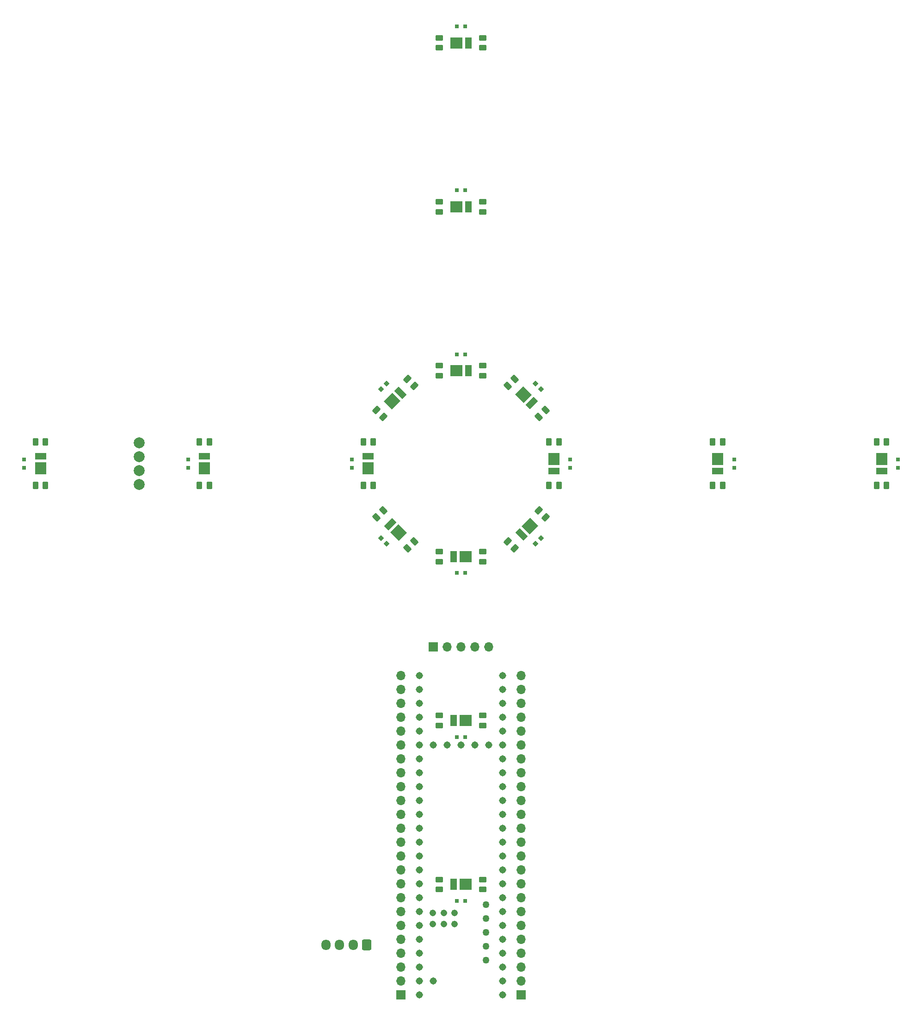
<source format=gbr>
%TF.GenerationSoftware,KiCad,Pcbnew,7.0.6-0*%
%TF.CreationDate,2023-09-17T18:40:18+10:00*%
%TF.ProjectId,Line 3.1,4c696e65-2033-42e3-912e-6b696361645f,rev?*%
%TF.SameCoordinates,Original*%
%TF.FileFunction,Soldermask,Bot*%
%TF.FilePolarity,Negative*%
%FSLAX46Y46*%
G04 Gerber Fmt 4.6, Leading zero omitted, Abs format (unit mm)*
G04 Created by KiCad (PCBNEW 7.0.6-0) date 2023-09-17 18:40:18*
%MOMM*%
%LPD*%
G01*
G04 APERTURE LIST*
G04 Aperture macros list*
%AMRoundRect*
0 Rectangle with rounded corners*
0 $1 Rounding radius*
0 $2 $3 $4 $5 $6 $7 $8 $9 X,Y pos of 4 corners*
0 Add a 4 corners polygon primitive as box body*
4,1,4,$2,$3,$4,$5,$6,$7,$8,$9,$2,$3,0*
0 Add four circle primitives for the rounded corners*
1,1,$1+$1,$2,$3*
1,1,$1+$1,$4,$5*
1,1,$1+$1,$6,$7*
1,1,$1+$1,$8,$9*
0 Add four rect primitives between the rounded corners*
20,1,$1+$1,$2,$3,$4,$5,0*
20,1,$1+$1,$4,$5,$6,$7,0*
20,1,$1+$1,$6,$7,$8,$9,0*
20,1,$1+$1,$8,$9,$2,$3,0*%
%AMRotRect*
0 Rectangle, with rotation*
0 The origin of the aperture is its center*
0 $1 length*
0 $2 width*
0 $3 Rotation angle, in degrees counterclockwise*
0 Add horizontal line*
21,1,$1,$2,0,0,$3*%
G04 Aperture macros list end*
%ADD10R,1.700000X1.700000*%
%ADD11O,1.700000X1.700000*%
%ADD12C,1.308000*%
%ADD13C,1.258000*%
%ADD14C,1.208000*%
%ADD15C,2.000000*%
%ADD16RoundRect,0.250000X0.600000X0.725000X-0.600000X0.725000X-0.600000X-0.725000X0.600000X-0.725000X0*%
%ADD17O,1.700000X1.950000*%
%ADD18R,2.257400X2.108200*%
%ADD19R,1.190600X2.108200*%
%ADD20RotRect,0.800000X0.800000X45.000000*%
%ADD21RoundRect,0.250000X-0.262500X-0.450000X0.262500X-0.450000X0.262500X0.450000X-0.262500X0.450000X0*%
%ADD22RoundRect,0.250000X0.450000X-0.262500X0.450000X0.262500X-0.450000X0.262500X-0.450000X-0.262500X0*%
%ADD23RoundRect,0.250000X0.262500X0.450000X-0.262500X0.450000X-0.262500X-0.450000X0.262500X-0.450000X0*%
%ADD24R,2.108200X2.257400*%
%ADD25R,2.108200X1.190600*%
%ADD26RotRect,2.257400X2.108200X45.000000*%
%ADD27RotRect,1.190600X2.108200X45.000000*%
%ADD28R,0.800000X0.800000*%
%ADD29RoundRect,0.250000X-0.450000X0.262500X-0.450000X-0.262500X0.450000X-0.262500X0.450000X0.262500X0*%
%ADD30RoundRect,0.250000X-0.132583X0.503814X-0.503814X0.132583X0.132583X-0.503814X0.503814X-0.132583X0*%
%ADD31RoundRect,0.250000X0.132583X-0.503814X0.503814X-0.132583X-0.132583X0.503814X-0.503814X0.132583X0*%
%ADD32RotRect,0.800000X0.800000X225.000000*%
%ADD33RoundRect,0.250000X0.503814X0.132583X0.132583X0.503814X-0.503814X-0.132583X-0.132583X-0.503814X0*%
%ADD34RotRect,0.800000X0.800000X315.000000*%
%ADD35RotRect,0.800000X0.800000X135.000000*%
%ADD36RoundRect,0.250000X-0.503814X-0.132583X-0.132583X-0.503814X0.503814X0.132583X0.132583X0.503814X0*%
%ADD37RotRect,2.257400X2.108200X225.000000*%
%ADD38RotRect,1.190600X2.108200X225.000000*%
%ADD39RotRect,2.257400X2.108200X315.000000*%
%ADD40RotRect,1.190600X2.108200X315.000000*%
%ADD41RotRect,2.257400X2.108200X135.000000*%
%ADD42RotRect,1.190600X2.108200X135.000000*%
G04 APERTURE END LIST*
D10*
%TO.C,J11*%
X161000000Y-247220000D03*
D11*
X161000000Y-244680000D03*
X161000000Y-242140000D03*
X161000000Y-239600000D03*
X161000000Y-237060000D03*
X161000000Y-234520000D03*
X161000000Y-231980000D03*
X161000000Y-229440000D03*
X161000000Y-226900000D03*
X161000000Y-224360000D03*
X161000000Y-221820000D03*
X161000000Y-219280000D03*
X161000000Y-216740000D03*
X161000000Y-214200000D03*
X161000000Y-211660000D03*
X161000000Y-209120000D03*
X161000000Y-206580000D03*
X161000000Y-204040000D03*
X161000000Y-201500000D03*
X161000000Y-198960000D03*
X161000000Y-196420000D03*
X161000000Y-193880000D03*
X161000000Y-191340000D03*
X161000000Y-188800000D03*
%TD*%
D10*
%TO.C,J12*%
X139000000Y-247220000D03*
D11*
X139000000Y-244680000D03*
X139000000Y-242140000D03*
X139000000Y-239600000D03*
X139000000Y-237060000D03*
X139000000Y-234520000D03*
X139000000Y-231980000D03*
X139000000Y-229440000D03*
X139000000Y-226900000D03*
X139000000Y-224360000D03*
X139000000Y-221820000D03*
X139000000Y-219280000D03*
X139000000Y-216740000D03*
X139000000Y-214200000D03*
X139000000Y-211660000D03*
X139000000Y-209120000D03*
X139000000Y-206580000D03*
X139000000Y-204040000D03*
X139000000Y-201500000D03*
X139000000Y-198960000D03*
X139000000Y-196420000D03*
X139000000Y-193880000D03*
X139000000Y-191340000D03*
X139000000Y-188800000D03*
%TD*%
D12*
%TO.C,U8*%
X157620000Y-244680000D03*
X157620000Y-242140000D03*
X157620000Y-239600000D03*
X157620000Y-237060000D03*
X157620000Y-211660000D03*
X142380000Y-242140000D03*
X152540000Y-201500000D03*
X157620000Y-234520000D03*
X157620000Y-231980000D03*
D13*
X154570000Y-240870000D03*
D12*
X157620000Y-229440000D03*
X157620000Y-226900000D03*
X157620000Y-224360000D03*
X157620000Y-221820000D03*
X157620000Y-219280000D03*
X157620000Y-216740000D03*
X157620000Y-214200000D03*
X142380000Y-214200000D03*
X142380000Y-216740000D03*
X142380000Y-219280000D03*
X142380000Y-221820000D03*
X142380000Y-224360000D03*
X142380000Y-226900000D03*
X142380000Y-229440000D03*
X142380000Y-231980000D03*
X142380000Y-234520000D03*
X142380000Y-237060000D03*
X142380000Y-239600000D03*
X157620000Y-209120000D03*
X157620000Y-206580000D03*
X157620000Y-204040000D03*
X157620000Y-201500000D03*
X157620000Y-198960000D03*
X157620000Y-196420000D03*
X157620000Y-193880000D03*
X157620000Y-191340000D03*
X157620000Y-188800000D03*
X142380000Y-188800000D03*
X142380000Y-191340000D03*
X142380000Y-193880000D03*
X142380000Y-196420000D03*
X142380000Y-198960000D03*
X142380000Y-201500000D03*
X142380000Y-204040000D03*
X142380000Y-206580000D03*
X142380000Y-209120000D03*
D13*
X154570000Y-235790000D03*
X154570000Y-238330000D03*
D12*
X157620000Y-247220000D03*
X142380000Y-211660000D03*
X142380000Y-244680000D03*
X150000000Y-201500000D03*
D14*
X146830000Y-232250000D03*
X146830000Y-234250000D03*
D12*
X144920000Y-201500000D03*
X147460000Y-201500000D03*
D14*
X144830000Y-234250000D03*
X144830000Y-232250000D03*
X148830000Y-232250000D03*
X148830000Y-234250000D03*
D13*
X154570000Y-233250000D03*
X154570000Y-230710000D03*
D12*
X155080000Y-201500000D03*
X142380000Y-247220000D03*
X144920000Y-244680000D03*
%TD*%
D10*
%TO.C,J13*%
X144925000Y-183500000D03*
D11*
X147465000Y-183500000D03*
X150005000Y-183500000D03*
X152545000Y-183500000D03*
X155085000Y-183500000D03*
%TD*%
D15*
%TO.C,U1*%
X91080000Y-153810000D03*
X91080000Y-151270000D03*
X91080000Y-148730000D03*
X91080000Y-146190000D03*
%TD*%
D16*
%TO.C,J1*%
X132750000Y-238025000D03*
D17*
X130250000Y-238025000D03*
X127750000Y-238025000D03*
X125250000Y-238025000D03*
%TD*%
D18*
%TO.C,LED5*%
X149176100Y-103000000D03*
D19*
X151357300Y-103000000D03*
%TD*%
D20*
%TO.C,A12*%
X163611806Y-164672466D03*
X164672466Y-163611806D03*
%TD*%
D21*
%TO.C,R14*%
X196087500Y-146000000D03*
X197912500Y-146000000D03*
%TD*%
%TO.C,R4*%
X72087500Y-146000000D03*
X73912500Y-146000000D03*
%TD*%
D22*
%TO.C,R13*%
X146000000Y-103912500D03*
X146000000Y-102087500D03*
%TD*%
D23*
%TO.C,R19*%
X167912500Y-154000000D03*
X166087500Y-154000000D03*
%TD*%
D24*
%TO.C,LED2*%
X227000000Y-149176100D03*
D25*
X227000000Y-151357300D03*
%TD*%
D26*
%TO.C,LED16*%
X137396600Y-138561770D03*
D27*
X138938941Y-137019429D03*
%TD*%
D21*
%TO.C,R23*%
X132087500Y-146000000D03*
X133912500Y-146000000D03*
%TD*%
D28*
%TO.C,A3*%
X149250000Y-230000000D03*
X150750000Y-230000000D03*
%TD*%
D23*
%TO.C,R16*%
X103912500Y-154000000D03*
X102087500Y-154000000D03*
%TD*%
D28*
%TO.C,A2*%
X230000000Y-150750000D03*
X230000000Y-149250000D03*
%TD*%
D18*
%TO.C,LED3*%
X150823900Y-227000000D03*
D19*
X148642700Y-227000000D03*
%TD*%
D29*
%TO.C,R11*%
X154000000Y-226087500D03*
X154000000Y-227912500D03*
%TD*%
D30*
%TO.C,R18*%
X165494477Y-140162377D03*
X164204007Y-141452847D03*
%TD*%
D22*
%TO.C,R7*%
X146000000Y-197912500D03*
X146000000Y-196087500D03*
%TD*%
%TO.C,R3*%
X146000000Y-227912500D03*
X146000000Y-226087500D03*
%TD*%
D31*
%TO.C,R26*%
X158547153Y-135795993D03*
X159837623Y-134505523D03*
%TD*%
D32*
%TO.C,A16*%
X136388194Y-135327534D03*
X135327534Y-136388194D03*
%TD*%
D24*
%TO.C,LED6*%
X197000000Y-149176100D03*
D25*
X197000000Y-151357300D03*
%TD*%
D33*
%TO.C,R32*%
X135795993Y-141452847D03*
X134505523Y-140162377D03*
%TD*%
D34*
%TO.C,A14*%
X135327534Y-163611806D03*
X136388194Y-164672466D03*
%TD*%
D23*
%TO.C,R6*%
X197912500Y-154000000D03*
X196087500Y-154000000D03*
%TD*%
D29*
%TO.C,R15*%
X154000000Y-196087500D03*
X154000000Y-197912500D03*
%TD*%
D35*
%TO.C,A10*%
X164672466Y-136388194D03*
X163611806Y-135327534D03*
%TD*%
D22*
%TO.C,R25*%
X146000000Y-133912500D03*
X146000000Y-132087500D03*
%TD*%
D28*
%TO.C,A13*%
X149250000Y-170000000D03*
X150750000Y-170000000D03*
%TD*%
D36*
%TO.C,R28*%
X164204007Y-158547153D03*
X165494477Y-159837623D03*
%TD*%
D21*
%TO.C,R10*%
X226087500Y-146000000D03*
X227912500Y-146000000D03*
%TD*%
D37*
%TO.C,LED12*%
X162603400Y-161438230D03*
D38*
X161061059Y-162980571D03*
%TD*%
D18*
%TO.C,LED7*%
X150823900Y-197000000D03*
D19*
X148642700Y-197000000D03*
%TD*%
D31*
%TO.C,R22*%
X134505523Y-159837623D03*
X135795993Y-158547153D03*
%TD*%
D24*
%TO.C,LED11*%
X167000000Y-149176100D03*
D25*
X167000000Y-151357300D03*
%TD*%
D21*
%TO.C,R27*%
X166087500Y-146000000D03*
X167912500Y-146000000D03*
%TD*%
D28*
%TO.C,A15*%
X130000000Y-149250000D03*
X130000000Y-150750000D03*
%TD*%
%TO.C,A6*%
X200000000Y-150750000D03*
X200000000Y-149250000D03*
%TD*%
D18*
%TO.C,LED1*%
X149176100Y-73000000D03*
D19*
X151357300Y-73000000D03*
%TD*%
D28*
%TO.C,A9*%
X150750000Y-130000000D03*
X149250000Y-130000000D03*
%TD*%
D22*
%TO.C,R21*%
X146000000Y-167912500D03*
X146000000Y-166087500D03*
%TD*%
D18*
%TO.C,LED13*%
X150823900Y-167000000D03*
D19*
X148642700Y-167000000D03*
%TD*%
D24*
%TO.C,LED8*%
X103000000Y-150823900D03*
D25*
X103000000Y-148642700D03*
%TD*%
D28*
%TO.C,A1*%
X150750000Y-70000000D03*
X149250000Y-70000000D03*
%TD*%
%TO.C,A8*%
X100000000Y-149250000D03*
X100000000Y-150750000D03*
%TD*%
D23*
%TO.C,R2*%
X227912500Y-154000000D03*
X226087500Y-154000000D03*
%TD*%
D39*
%TO.C,LED10*%
X161438230Y-137396600D03*
D40*
X162980571Y-138938941D03*
%TD*%
D29*
%TO.C,R1*%
X154000000Y-72087500D03*
X154000000Y-73912500D03*
%TD*%
D33*
%TO.C,R20*%
X159837623Y-165494477D03*
X158547153Y-164204007D03*
%TD*%
D22*
%TO.C,R9*%
X146000000Y-73912500D03*
X146000000Y-72087500D03*
%TD*%
D21*
%TO.C,R8*%
X102087500Y-146000000D03*
X103912500Y-146000000D03*
%TD*%
D29*
%TO.C,R29*%
X154000000Y-166087500D03*
X154000000Y-167912500D03*
%TD*%
D23*
%TO.C,R31*%
X133912500Y-154000000D03*
X132087500Y-154000000D03*
%TD*%
D29*
%TO.C,R5*%
X154000000Y-102087500D03*
X154000000Y-103912500D03*
%TD*%
D28*
%TO.C,A5*%
X150750000Y-100000000D03*
X149250000Y-100000000D03*
%TD*%
D36*
%TO.C,R24*%
X140162377Y-134505523D03*
X141452847Y-135795993D03*
%TD*%
D28*
%TO.C,A4*%
X70000000Y-149250000D03*
X70000000Y-150750000D03*
%TD*%
D18*
%TO.C,LED9*%
X149176100Y-133000000D03*
D19*
X151357300Y-133000000D03*
%TD*%
D30*
%TO.C,R30*%
X141452847Y-164204007D03*
X140162377Y-165494477D03*
%TD*%
D28*
%TO.C,A11*%
X170000000Y-150750000D03*
X170000000Y-149250000D03*
%TD*%
D41*
%TO.C,LED14*%
X138561770Y-162603400D03*
D42*
X137019429Y-161061059D03*
%TD*%
D28*
%TO.C,A7*%
X149250000Y-200000000D03*
X150750000Y-200000000D03*
%TD*%
D24*
%TO.C,LED4*%
X73000000Y-150823900D03*
D25*
X73000000Y-148642700D03*
%TD*%
D23*
%TO.C,R12*%
X73912500Y-154000000D03*
X72087500Y-154000000D03*
%TD*%
D24*
%TO.C,LED15*%
X133000000Y-150823900D03*
D25*
X133000000Y-148642700D03*
%TD*%
D29*
%TO.C,R17*%
X154000000Y-132087500D03*
X154000000Y-133912500D03*
%TD*%
M02*

</source>
